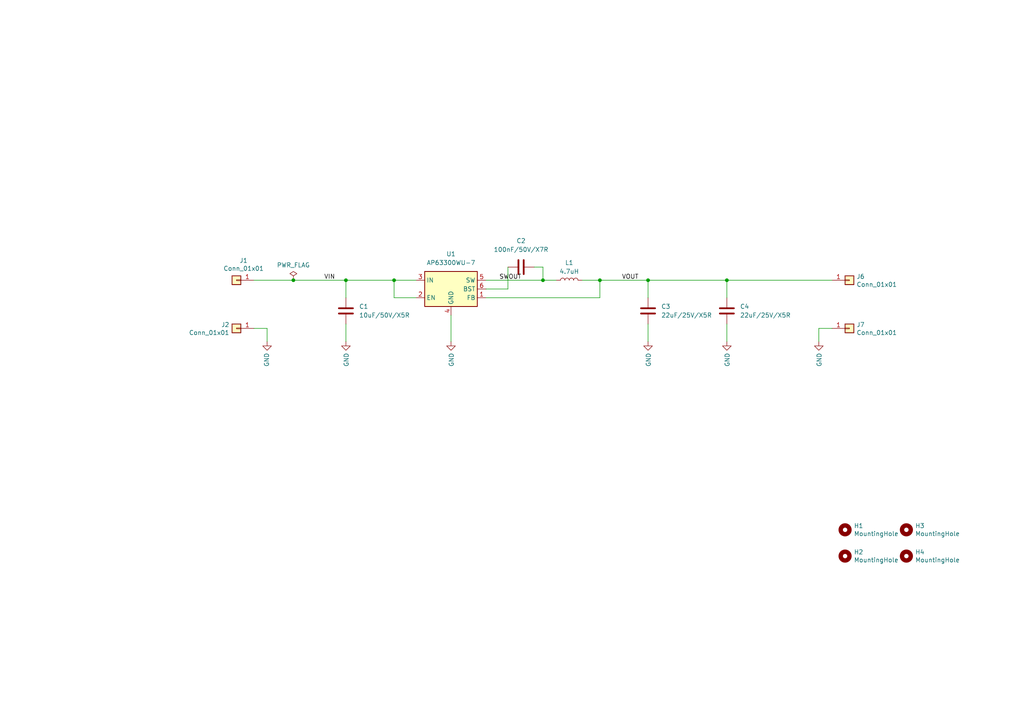
<source format=kicad_sch>
(kicad_sch (version 20231120) (generator "eeschema") (generator_version "8.0")
  (paper "A4")
  (title_block (title "Low voltage power supply DC/DC ") (date "2024-10-28") (rev "v1"))
  (lib_symbols
    (symbol "Connector_Generic:Conn_01x01" (pin_names (offset 1.016) hide)
      (property "Reference" "J" (at 0 2.54 0))
      (property "Value" "Conn_01x01" (at 0 -2.54 0))
      (symbol "Conn_01x01_1_1"
        (rectangle (start -1.27 0.127) (end 0 -0.127) (stroke (width 0.1524)))
        (rectangle (start -1.27 1.27) (end 1.27 -1.27) (stroke (width 0.254)) (fill (type background)))
        (pin passive line (at -5.08 0 0) (length 3.81) (name "Pin_1") (number "1"))
      )
    )
    (symbol "Device:C" (pin_numbers hide) (pin_names (offset 0.254))
      (property "Reference" "C" (at 0.635 2.54 0))
      (property "Value" "C" (at 0.635 -2.54 0))
      (symbol "C_0_1"
        (polyline (pts (xy -2.032 -0.762) (xy 2.032 -0.762)) (stroke (width 0.508)))
        (polyline (pts (xy -2.032 0.762) (xy 2.032 0.762)) (stroke (width 0.508)))
      )
      (symbol "C_1_1"
        (pin passive line (at 0 3.81 270) (length 2.794) (name "~") (number "1"))
        (pin passive line (at 0 -3.81 90) (length 2.794) (name "~") (number "2"))
      )
    )
    (symbol "Device:L" (pin_numbers hide) (pin_names (offset 1.016) hide)
      (property "Reference" "L" (at -1.27 0 90))
      (property "Value" "L" (at 1.905 0 90))
      (symbol "L_0_1"
        (arc (start 0 -2.54) (mid 0.6323 -1.905) (end 0 -1.27))
        (arc (start 0 -1.27) (mid 0.6323 -0.635) (end 0 0))
        (arc (start 0 0) (mid 0.6323 0.635) (end 0 1.27))
        (arc (start 0 1.27) (mid 0.6323 1.905) (end 0 2.54))
      )
      (symbol "L_1_1"
        (pin passive line (at 0 3.81 270) (length 1.27) (name "1") (number "1"))
        (pin passive line (at 0 -3.81 90) (length 1.27) (name "2") (number "2"))
      )
    )
    (symbol "Mechanical:MountingHole" (pin_names (offset 1.016))
      (property "Reference" "H" (at 0 5.08 0))
      (property "Value" "MountingHole" (at 0 3.175 0))
      (symbol "MountingHole_0_1"
        (circle (center 0 0) (radius 1.27) (stroke (width 1.27)))
      )
    )
    (symbol "Regulator_Switching:AP63205WU"
      (property "Reference" "U" (at -7.62 6.35 0))
      (property "Value" "AP63205WU" (at 2.54 6.35 0))
      (symbol "AP63205WU_0_1"
        (rectangle (start -7.62 5.08) (end 7.62 -5.08) (stroke (width 0.254)) (fill (type background)))
      )
      (symbol "AP63205WU_1_1"
        (pin input line (at 10.16 -2.54 180) (length 2.54) (name "FB") (number "1"))
        (pin input line (at -10.16 -2.54 0) (length 2.54) (name "EN") (number "2"))
        (pin power_in line (at -10.16 2.54 0) (length 2.54) (name "IN") (number "3"))
        (pin power_in line (at 0 -7.62 90) (length 2.54) (name "GND") (number "4"))
        (pin output line (at 10.16 2.54 180) (length 2.54) (name "SW") (number "5"))
        (pin passive line (at 10.16 0 180) (length 2.54) (name "BST") (number "6"))
      )
    )
    (symbol "power:GND" (power) (pin_names (offset 0))
      (property "Value" "GND" (at 0 -3.81 0))
      (symbol "GND_0_1"
        (polyline (pts (xy 0 0) (xy 0 -1.27) (xy 1.27 -1.27) (xy 0 -2.54) (xy -1.27 -1.27) (xy 0 -1.27)))
      )
      (symbol "GND_1_1"
        (pin power_in line (at 0 0 270) (length 0) hide (name "GND") (number "1"))
      )
    )
    (symbol "power:PWR_FLAG" (power) (pin_numbers hide) (pin_names (offset 0) hide)
      (property "Value" "PWR_FLAG" (at 0 3.81 0))
      (symbol "PWR_FLAG_0_0"
        (pin power_out line (at 0 0 90) (length 0) (name "pwr") (number "1"))
      )
      (symbol "PWR_FLAG_0_1"
        (polyline (pts (xy 0 0) (xy 0 1.27) (xy -1.016 1.905) (xy 0 2.54) (xy 1.016 1.905) (xy 0 1.27)))
      )
    )
  )
  (junction (at 210.82 81.28))
  (junction (at 157.48 81.28))
  (junction (at 173.99 81.28))
  (junction (at 114.3 81.28))
  (junction (at 100.33 81.28))
  (junction (at 187.96 81.28))
  (junction (at 85.09 81.28))
  (wire (pts (xy 173.99 86.36) (xy 173.99 81.28)))
  (wire (pts (xy 114.3 86.36) (xy 114.3 81.28)))
  (wire (pts (xy 157.48 77.47) (xy 157.48 81.28)))
  (wire (pts (xy 140.97 86.36) (xy 173.99 86.36)))
  (wire (pts (xy 241.3 95.25) (xy 237.49 95.25)))
  (wire (pts (xy 130.81 91.44) (xy 130.81 99.06)))
  (wire (pts (xy 154.94 77.47) (xy 157.48 77.47)))
  (wire (pts (xy 173.99 81.28) (xy 187.96 81.28)))
  (wire (pts (xy 210.82 86.36) (xy 210.82 81.28)))
  (wire (pts (xy 77.47 99.06) (xy 77.47 95.25)))
  (wire (pts (xy 173.99 81.28) (xy 168.91 81.28)))
  (wire (pts (xy 100.33 93.98) (xy 100.33 99.06)))
  (wire (pts (xy 187.96 93.98) (xy 187.96 99.06)))
  (wire (pts (xy 114.3 81.28) (xy 120.65 81.28)))
  (wire (pts (xy 147.32 83.82) (xy 147.32 77.47)))
  (wire (pts (xy 85.09 81.28) (xy 100.33 81.28)))
  (wire (pts (xy 100.33 81.28) (xy 114.3 81.28)))
  (wire (pts (xy 140.97 83.82) (xy 147.32 83.82)))
  (wire (pts (xy 237.49 99.06) (xy 237.49 95.25)))
  (wire (pts (xy 73.66 95.25) (xy 77.47 95.25)))
  (wire (pts (xy 210.82 81.28) (xy 241.3 81.28)))
  (wire (pts (xy 120.65 86.36) (xy 114.3 86.36)))
  (wire (pts (xy 100.33 81.28) (xy 100.33 86.36)))
  (wire (pts (xy 157.48 81.28) (xy 161.29 81.28)))
  (wire (pts (xy 187.96 81.28) (xy 187.96 86.36)))
  (wire (pts (xy 73.66 81.28) (xy 85.09 81.28)))
  (wire (pts (xy 210.82 93.98) (xy 210.82 99.06)))
  (wire (pts (xy 187.96 81.28) (xy 210.82 81.28)))
  (wire (pts (xy 140.97 81.28) (xy 157.48 81.28)))
  (label "VIN" (at 93.98 81.28 0))
  (label "SWOUT" (at 144.78 81.28 0))
  (label "VOUT" (at 180.34 81.28 0))
  (symbol (lib_id "Mechanical:MountingHole") (at 245.11 153.67 0) (unit 1)
    (property "Reference" "H1" (at 247.65 152.5016 0) (effects (justify left)))
    (property "Value" "MountingHole" (at 247.65 154.813 0) (effects (justify left)))
    (property "Footprint" "MountingHole:MountingHole_3.2mm_M3_Pad_Via" (effects (hide yes)))
  )
  (symbol (lib_id "Mechanical:MountingHole") (at 262.89 153.67 0) (unit 1)
    (property "Reference" "H3" (at 265.43 152.5016 0) (effects (justify left)))
    (property "Value" "MountingHole" (at 265.43 154.813 0) (effects (justify left)))
    (property "Footprint" "MountingHole:MountingHole_3.2mm_M3_Pad_Via" (effects (hide yes)))
  )
  (symbol (lib_id "Mechanical:MountingHole") (at 245.11 161.29 0) (unit 1)
    (property "Reference" "H2" (at 247.65 160.1216 0) (effects (justify left)))
    (property "Value" "MountingHole" (at 247.65 162.433 0) (effects (justify left)))
    (property "Footprint" "MountingHole:MountingHole_3.2mm_M3_Pad_Via" (effects (hide yes)))
  )
  (symbol (lib_id "Mechanical:MountingHole") (at 262.89 161.29 0) (unit 1)
    (property "Reference" "H4" (at 265.43 160.1216 0) (effects (justify left)))
    (property "Value" "MountingHole" (at 265.43 162.433 0) (effects (justify left)))
    (property "Footprint" "MountingHole:MountingHole_3.2mm_M3_Pad_Via" (effects (hide yes)))
  )
  (symbol (lib_id "Connector_Generic:Conn_01x01") (at 246.38 81.28 0) (unit 1)
    (property "Reference" "J6" (at 248.412 80.2132 0) (effects (justify left)))
    (property "Value" "Conn_01x01" (at 248.412 82.5246 0) (effects (justify left)))
    (property "Footprint" "Connector_Pin:Pin_D1.0mm_L10.0mm" (effects (hide yes)))
  )
  (symbol (lib_id "Connector_Generic:Conn_01x01") (at 246.38 95.25 0) (unit 1)
    (property "Reference" "J7" (at 248.412 94.1832 0) (effects (justify left)))
    (property "Value" "Conn_01x01" (at 248.412 96.4946 0) (effects (justify left)))
    (property "Footprint" "Connector_Pin:Pin_D1.0mm_L10.0mm" (effects (hide yes)))
  )
  (symbol (lib_id "Connector_Generic:Conn_01x01") (at 68.58 81.28 180) (unit 1)
    (property "Reference" "J1" (at 70.6628 75.565 0))
    (property "Value" "Conn_01x01" (at 70.6628 77.8764 0))
    (property "Footprint" "Connector_Pin:Pin_D1.0mm_L10.0mm" (effects (hide yes)))
  )
  (symbol (lib_id "power:PWR_FLAG") (at 85.09 81.28 0) (unit 1)
    (property "Reference" "#FLG01" (effects (hide yes)))
    (property "Value" "PWR_FLAG" (at 85.09 76.8858 0))
  )
  (symbol (lib_id "Connector_Generic:Conn_01x01") (at 68.58 95.25 0) (mirror y) (unit 1)
    (property "Reference" "J2" (at 66.548 94.1832 0) (effects (justify left)))
    (property "Value" "Conn_01x01" (at 66.548 96.4946 0) (effects (justify left)))
    (property "Footprint" "Connector_Pin:Pin_D1.0mm_L10.0mm" (effects (hide yes)))
  )
  (symbol (lib_id "Device:C") (at 187.96 90.17 0) (unit 1)
    (property "Reference" "C3" (at 191.7676 88.8999 0) (effects (justify left)))
    (property "Value" "22uF/25V/X5R" (at 191.7676 91.4399 0) (effects (justify left)))
    (property "Footprint" "Capacitor_SMD:C_0805_2012Metric_Pad1.18x1.45mm_HandSolder" (effects (hide yes)))
    (property "Description" "Unpolarized capacitor" (effects (hide yes)))
  )
  (symbol (lib_id "Device:C") (at 210.82 90.17 0) (unit 1)
    (property "Reference" "C4" (at 214.6276 88.8999 0) (effects (justify left)))
    (property "Value" "22uF/25V/X5R" (at 214.6276 91.4399 0) (effects (justify left)))
    (property "Footprint" "Capacitor_SMD:C_0805_2012Metric_Pad1.18x1.45mm_HandSolder" (effects (hide yes)))
    (property "Description" "Unpolarized capacitor" (effects (hide yes)))
  )
  (symbol (lib_id "Device:C") (at 151.13 77.47 270) (unit 1)
    (property "Reference" "C2" (at 151.13 69.85 90))
    (property "Value" "100nF/50V/X7R" (at 151.13 72.39 90))
    (property "Footprint" "Capacitor_SMD:C_0805_2012Metric_Pad1.18x1.45mm_HandSolder" (effects (hide yes)))
    (property "Description" "Unpolarized capacitor" (effects (hide yes)))
  )
  (symbol (lib_id "power:GND") (at 100.33 99.06 0) (unit 1)
    (property "Reference" "#PWR06" (effects (hide yes)))
    (property "Value" "GND" (at 100.457 102.3112 90) (effects (justify right)))
  )
  (symbol (lib_id "Regulator_Switching:AP63205WU") (at 130.81 83.82 0) (unit 1)
    (property "Reference" "U1" (at 130.81 73.66 0))
    (property "Value" "AP63300WU-7" (at 130.81 76.2 0))
    (property "Footprint" "Package_TO_SOT_SMD:TSOT-23-6" (effects (hide yes)))
    (property "Datasheet" "https://www.diodes.com/assets/Datasheets/AP63200-AP63201-AP63203-AP63205.pdf" (effects (hide yes)))
    (property "Description" "2A, 1.1MHz Buck DC/DC Converter, fixed 5.0V output voltage, TSOT-23-6" (effects (hide yes)))
  )
  (symbol (lib_id "power:GND") (at 210.82 99.06 0) (unit 1)
    (property "Reference" "#PWR016" (effects (hide yes)))
    (property "Value" "GND" (at 210.947 102.3112 90) (effects (justify right)))
  )
  (symbol (lib_id "power:GND") (at 187.96 99.06 0) (unit 1)
    (property "Reference" "#PWR014" (effects (hide yes)))
    (property "Value" "GND" (at 188.087 102.3112 90) (effects (justify right)))
  )
  (symbol (lib_id "Device:C") (at 100.33 90.17 0) (unit 1)
    (property "Reference" "C1" (at 104.14 88.8999 0) (effects (justify left)))
    (property "Value" "10uF/50V/X5R" (at 104.14 91.4399 0) (effects (justify left)))
    (property "Footprint" "Capacitor_SMD:C_0805_2012Metric_Pad1.18x1.45mm_HandSolder" (effects (hide yes)))
    (property "Description" "Unpolarized capacitor" (effects (hide yes)))
  )
  (symbol (lib_id "power:GND") (at 130.81 99.06 0) (unit 1)
    (property "Reference" "#PWR07" (effects (hide yes)))
    (property "Value" "GND" (at 130.937 102.3112 90) (effects (justify right)))
  )
  (symbol (lib_id "power:GND") (at 237.49 99.06 0) (unit 1)
    (property "Reference" "#PWR015" (effects (hide yes)))
    (property "Value" "GND" (at 237.617 102.3112 90) (effects (justify right)))
  )
  (symbol (lib_id "power:GND") (at 77.47 99.06 0) (mirror y) (unit 1)
    (property "Reference" "#PWR04" (effects (hide yes)))
    (property "Value" "GND" (at 77.343 102.3112 90) (effects (justify right)))
  )
  (symbol (lib_id "Device:L") (at 165.1 81.28 90) (unit 1)
    (property "Reference" "L1" (at 165.1 76.2 90))
    (property "Value" "4.7uH" (at 165.1 78.74 90))
    (property "Footprint" "Inductor_SMD:L_Bourns-SRN6028" (effects (hide yes)))
    (property "Description" "Inductor" (effects (hide yes)))
  )
)
</source>
